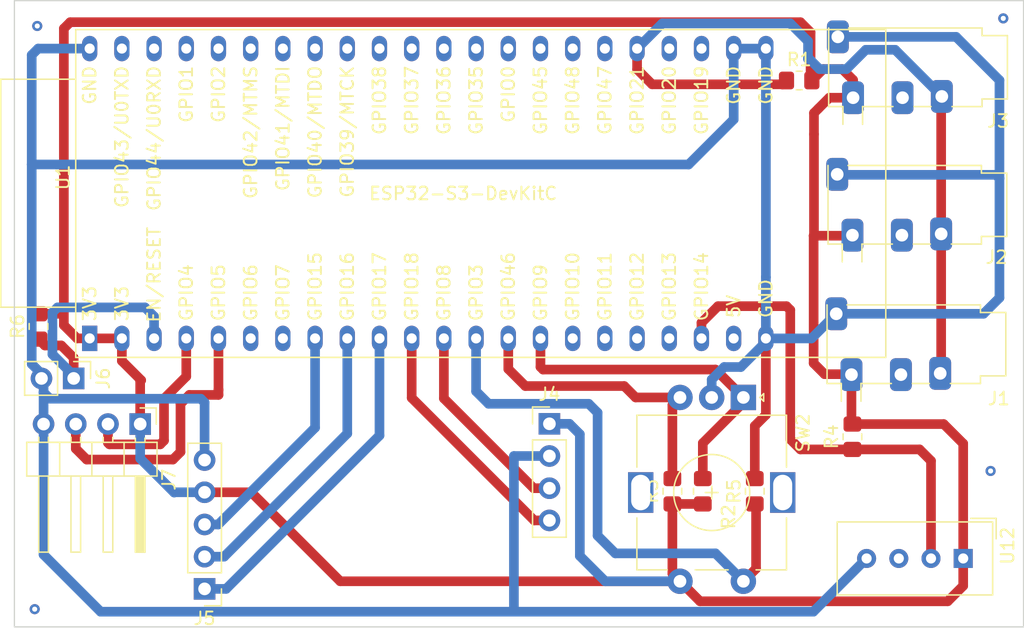
<source format=kicad_pcb>
(kicad_pcb (version 20221018) (generator pcbnew)
  (layers (0 "F.Cu" signal) (31 "B.Cu" signal) (34 "B.Paste" user) (35 "F.Paste" user) (36 "B.SilkS" user "B.Silkscreen") (37 "F.SilkS" user "F.Silkscreen") (38 "B.Mask" user) (39 "F.Mask" user) (44 "Edge.Cuts" user))
  (net 0 "")
  (net 1 "GND")
  (net 2 "+3.3V")
  (net 4 "WATERTEMP_DATA")
  (net 7 "DISPLAY_SCL")
  (net 8 "DISPLAY_SDA")
  (net 9 "RTC_DS")
  (net 10 "RTC_SCK")
  (net 11 "RTC_SDA")
  (net 12 "ROT_CLK")
  (net 13 "ROT_DT")
  (net 14 "ROT_SW")
  (net 15 "RELAY_TOP")
  (net 16 "RELAY_BOTTOM")
  (net 17 "RST")
  (net 34 "DHT_DATA")
  (footprint "Connector_PinHeader_2.54mm:PinHeader_1x04_P2.54mm_Horizontal" (layer "F.Cu") (at 25.32 114.2 -90)
    (fp_text reference "J7" (at 4.385 -2.27 -90) (layer "F.SilkS"))
    (fp_text value "MCU")
    (fp_line (start -1.27 -1.27) (end 0 -1.27) (stroke (width 0.12)) (layer "F.SilkS"))
    (fp_line (start -1.27 0) (end -1.27 -1.27) (stroke (width 0.12)) (layer "F.SilkS"))
    (fp_line (start 1.042929 2.16) (end 1.44 2.16) (stroke (width 0.12)) (layer "F.SilkS"))
    (fp_line (start 1.042929 2.92) (end 1.44 2.92) (stroke (width 0.12)) (layer "F.SilkS"))
    (fp_line (start 1.042929 4.7) (end 1.44 4.7) (stroke (width 0.12)) (layer "F.SilkS"))
    (fp_line (start 1.042929 5.46) (end 1.44 5.46) (stroke (width 0.12)) (layer "F.SilkS"))
    (fp_line (start 1.042929 7.24) (end 1.44 7.24) (stroke (width 0.12)) (layer "F.SilkS"))
    (fp_line (start 1.042929 8) (end 1.44 8) (stroke (width 0.12)) (layer "F.SilkS"))
    (fp_line (start 1.11 -0.38) (end 1.44 -0.38) (stroke (width 0.12)) (layer "F.SilkS"))
    (fp_line (start 1.11 0.38) (end 1.44 0.38) (stroke (width 0.12)) (layer "F.SilkS"))
    (fp_line (start 1.44 -1.33) (end 1.44 8.95) (stroke (width 0.12)) (layer "F.SilkS"))
    (fp_line (start 1.44 1.27) (end 4.1 1.27) (stroke (width 0.12)) (layer "F.SilkS"))
    (fp_line (start 1.44 3.81) (end 4.1 3.81) (stroke (width 0.12)) (layer "F.SilkS"))
    (fp_line (start 1.44 6.35) (end 4.1 6.35) (stroke (width 0.12)) (layer "F.SilkS"))
    (fp_line (start 1.44 8.95) (end 4.1 8.95) (stroke (width 0.12)) (layer "F.SilkS"))
    (fp_line (start 4.1 -1.33) (end 1.44 -1.33) (stroke (width 0.12)) (layer "F.SilkS"))
    (fp_line (start 4.1 -0.38) (end 10.1 -0.38) (stroke (width 0.12)) (layer "F.SilkS"))
    (fp_line (start 4.1 -0.32) (end 10.1 -0.32) (stroke (width 0.12)) (layer "F.SilkS"))
    (fp_line (start 4.1 -0.2) (end 10.1 -0.2) (stroke (width 0.12)) (layer "F.SilkS"))
    (fp_line (start 4.1 -0.08) (end 10.1 -0.08) (stroke (width 0.12)) (layer "F.SilkS"))
    (fp_line (start 4.1 0.04) (end 10.1 0.04) (stroke (width 0.12)) (layer "F.SilkS"))
    (fp_line (start 4.1 0.16) (end 10.1 0.16) (stroke (width 0.12)) (layer "F.SilkS"))
    (fp_line (start 4.1 0.28) (end 10.1 0.28) (stroke (width 0.12)) (layer "F.SilkS"))
    (fp_line (start 4.1 2.16) (end 10.1 2.16) (stroke (width 0.12)) (layer "F.SilkS"))
    (fp_line (start 4.1 4.7) (end 10.1 4.7) (stroke (width 0.12)) (layer "F.SilkS"))
    (fp_line (start 4.1 7.24) (end 10.1 7.24) (stroke (width 0.12)) (layer "F.SilkS"))
    (fp_line (start 4.1 8.95) (end 4.1 -1.33) (stroke (width 0.12)) (layer "F.SilkS"))
    (fp_line (start 10.1 -0.38) (end 10.1 0.38) (stroke (width 0.12)) (layer "F.SilkS"))
    (fp_line (start 10.1 0.38) (end 4.1 0.38) (stroke (width 0.12)) (layer "F.SilkS"))
    (fp_line (start 10.1 2.16) (end 10.1 2.92) (stroke (width 0.12)) (layer "F.SilkS"))
    (fp_line (start 10.1 2.92) (end 4.1 2.92) (stroke (width 0.12)) (layer "F.SilkS"))
    (fp_line (start 10.1 4.7) (end 10.1 5.46) (stroke (width 0.12)) (layer "F.SilkS"))
    (fp_line (start 10.1 5.46) (end 4.1 5.46) (stroke (width 0.12)) (layer "F.SilkS"))
    (fp_line (start 10.1 7.24) (end 10.1 8) (stroke (width 0.12)) (layer "F.SilkS"))
    (fp_line (start 10.1 8) (end 4.1 8) (stroke (width 0.12)) (layer "F.SilkS"))
    (pad "1" thru_hole rect (at 0 0 270) (size 1.7 1.7) (drill 1) (layers "*.Cu" "*.Mask") (net 2 "+3.3V"))
    (pad "2" thru_hole oval (at 0 2.54 270) (size 1.7 1.7) (drill 1) (layers "*.Cu" "*.Mask") (net 15 "RELAY_TOP"))
    (pad "3" thru_hole oval (at 0 5.08 270) (size 1.7 1.7) (drill 1) (layers "*.Cu" "*.Mask") (net 16 "RELAY_BOTTOM"))
    (pad "4" thru_hole oval (at 0 7.62 270) (size 1.7 1.7) (drill 1) (layers "*.Cu" "*.Mask") (net 1 "GND"))
  )
  (footprint "Connector_Audio:Jack_3.5mm_PJ320D_Horizontal_NG" (layer "F.Cu") (at 85.3012 96.9018 180)
    (fp_text reference "J2" (at -7.5692 -4.1402) (layer "F.SilkS"))
    (fp_text value "TANK-BOTTOM")
    (fp_line (start -8.375 -2.5) (end -8.375 2.5) (stroke (width 0.12)) (layer "F.SilkS"))
    (fp_line (start -6.375 -3.1) (end -6.375 -2.5) (stroke (width 0.12)) (layer "F.SilkS"))
    (fp_line (start -6.375 -3.1) (end -4 -3.1) (stroke (width 0.12)) (layer "F.SilkS"))
    (fp_line (start -6.375 -2.5) (end -8.375 -2.5) (stroke (width 0.12)) (layer "F.SilkS"))
    (fp_line (start -6.375 2.5) (end -8.375 2.5) (stroke (width 0.12)) (layer "F.SilkS"))
    (fp_line (start -6.375 2.5) (end -6.375 3.1) (stroke (width 0.12)) (layer "F.SilkS"))
    (fp_line (start -2.35 -3.1) (end -1 -3.1) (stroke (width 0.12)) (layer "F.SilkS"))
    (fp_line (start 0.65 -3.1) (end 3.05 -3.1) (stroke (width 0.12)) (layer "F.SilkS"))
    (fp_line (start 3.05 -3.1) (end 3.05 -4.5) (stroke (width 0.12)) (layer "F.SilkS"))
    (fp_line (start 4.15 3.1) (end -6.375 3.1) (stroke (width 0.12)) (layer "F.SilkS"))
    (fp_line (start 4.6 -3.1) (end 4.6 -4.5) (stroke (width 0.12)) (layer "F.SilkS"))
    (fp_line (start 4.6 -3.1) (end 5.725 -3.1) (stroke (width 0.12)) (layer "F.SilkS"))
    (fp_line (start 5.725 3.1) (end 5.725 -3.1) (stroke (width 0.12)) (layer "F.SilkS"))
    (pad "" np_thru_hole circle (at -4.775 0 180) (size 1.5 1.5) (drill 1.5) (layers "*.Cu" "*.Mask"))
    (pad "" np_thru_hole circle (at 2.225 0 180) (size 1.5 1.5) (drill 1.5) (layers "*.Cu" "*.Mask"))
    (pad "R1" thru_hole roundrect (at -0.1 -2.4 270) (size 2.586 1.724) (drill 1) (layers "*.Cu" "*.Mask"))
    (pad "R2" thru_hole roundrect (at -3.2 -2.3 270) (size 2.586 1.724) (drill 1) (layers "*.Cu" "*.Mask") (net 4 "WATERTEMP_DATA"))
    (pad "S" thru_hole roundrect (at 5 2.4 270) (size 2.586 1.724) (drill 1) (layers "*.Cu" "*.Mask") (net 1 "GND"))
    (pad "T" thru_hole roundrect (at 3.8 -2.4 270) (size 2.586 1.724) (drill 1) (layers "*.Cu" "*.Mask") (net 2 "+3.3V"))
  )
  (footprint "Connector_Audio:Jack_3.5mm_PJ320D_Horizontal_NG" (layer "F.Cu") (at 85.352 86.0572 180)
    (fp_text reference "J3" (at -7.6454 -4.2406) (layer "F.SilkS"))
    (fp_text value "COLD")
    (fp_line (start -8.375 -2.5) (end -8.375 2.5) (stroke (width 0.12)) (layer "F.SilkS"))
    (fp_line (start -6.375 -3.1) (end -6.375 -2.5) (stroke (width 0.12)) (layer "F.SilkS"))
    (fp_line (start -6.375 -3.1) (end -4 -3.1) (stroke (width 0.12)) (layer "F.SilkS"))
    (fp_line (start -6.375 -2.5) (end -8.375 -2.5) (stroke (width 0.12)) (layer "F.SilkS"))
    (fp_line (start -6.375 2.5) (end -8.375 2.5) (stroke (width 0.12)) (layer "F.SilkS"))
    (fp_line (start -6.375 2.5) (end -6.375 3.1) (stroke (width 0.12)) (layer "F.SilkS"))
    (fp_line (start -2.35 -3.1) (end -1 -3.1) (stroke (width 0.12)) (layer "F.SilkS"))
    (fp_line (start 0.65 -3.1) (end 3.05 -3.1) (stroke (width 0.12)) (layer "F.SilkS"))
    (fp_line (start 3.05 -3.1) (end 3.05 -4.5) (stroke (width 0.12)) (layer "F.SilkS"))
    (fp_line (start 4.15 3.1) (end -6.375 3.1) (stroke (width 0.12)) (layer "F.SilkS"))
    (fp_line (start 4.6 -3.1) (end 4.6 -4.5) (stroke (width 0.12)) (layer "F.SilkS"))
    (fp_line (start 4.6 -3.1) (end 5.725 -3.1) (stroke (width 0.12)) (layer "F.SilkS"))
    (fp_line (start 5.725 3.1) (end 5.725 -3.1) (stroke (width 0.12)) (layer "F.SilkS"))
    (pad "" np_thru_hole circle (at -4.775 0 180) (size 1.5 1.5) (drill 1.5) (layers "*.Cu" "*.Mask"))
    (pad "" np_thru_hole circle (at 2.225 0 180) (size 1.5 1.5) (drill 1.5) (layers "*.Cu" "*.Mask"))
    (pad "R1" thru_hole roundrect (at -0.1 -2.4 270) (size 2.586 1.724) (drill 1) (layers "*.Cu" "*.Mask"))
    (pad "R2" thru_hole roundrect (at -3.2 -2.3 270) (size 2.586 1.724) (drill 1) (layers "*.Cu" "*.Mask") (net 4 "WATERTEMP_DATA"))
    (pad "S" thru_hole roundrect (at 5 2.4 270) (size 2.586 1.724) (drill 1) (layers "*.Cu" "*.Mask") (net 1 "GND"))
    (pad "T" thru_hole roundrect (at 3.8 -2.4 270) (size 2.586 1.724) (drill 1) (layers "*.Cu" "*.Mask") (net 2 "+3.3V"))
  )
  (footprint "Sensor:Aosong_DHT11_5.5x12.0_P2.54mm" (layer "F.Cu") (at 90.24 124.8 -90)
    (fp_text reference "U12" (at -1 -3.5 -270) (layer "F.SilkS"))
    (fp_text value "DHT11")
    (fp_line (start -3.16 -2.6) (end -3.16 -0.6) (stroke (width 0.12)) (layer "F.SilkS"))
    (fp_line (start -3.16 -2.6) (end -1.55 -2.6) (stroke (width 0.12)) (layer "F.SilkS"))
    (fp_line (start -2.88 9.94) (end -2.88 -2.31) (stroke (width 0.12)) (layer "F.SilkS"))
    (fp_line (start -2.87 -2.32) (end 2.87 -2.32) (stroke (width 0.12)) (layer "F.SilkS"))
    (fp_line (start 2.88 -2.32) (end 2.88 9.94) (stroke (width 0.12)) (layer "F.SilkS"))
    (fp_line (start 2.88 9.94) (end -2.88 9.94) (stroke (width 0.12)) (layer "F.SilkS"))
    (pad "1" thru_hole rect (at 0 0 270) (size 1.5 1.5) (drill 0.8) (layers "*.Cu" "*.Mask") (net 2 "+3.3V"))
    (pad "2" thru_hole circle (at 0 2.54 270) (size 1.5 1.5) (drill 0.8) (layers "*.Cu" "*.Mask") (net 34 "DHT_DATA"))
    (pad "3" thru_hole circle (at 0 5.08 270) (size 1.5 1.5) (drill 0.8) (layers "*.Cu" "*.Mask"))
    (pad "4" thru_hole circle (at 0 7.62 270) (size 1.5 1.5) (drill 0.8) (layers "*.Cu" "*.Mask") (net 1 "GND"))
  )
  (footprint "Connector_PinHeader_2.54mm:PinHeader_1x05_P2.54mm_Vertical" (layer "F.Cu") (at 30.4 127.2 180)
    (fp_text reference "J5" (at 0 -2.33 180) (layer "F.SilkS"))
    (fp_text value "RTC")
    (fp_line (start -1.33 -1.33) (end 0 -1.33) (stroke (width 0.12)) (layer "F.SilkS"))
    (fp_line (start -1.33 0) (end -1.33 -1.33) (stroke (width 0.12)) (layer "F.SilkS"))
    (fp_line (start -1.33 1.27) (end -1.33 11.49) (stroke (width 0.12)) (layer "F.SilkS"))
    (fp_line (start -1.33 1.27) (end 1.33 1.27) (stroke (width 0.12)) (layer "F.SilkS"))
    (fp_line (start -1.33 11.49) (end 1.33 11.49) (stroke (width 0.12)) (layer "F.SilkS"))
    (fp_line (start 1.33 1.27) (end 1.33 11.49) (stroke (width 0.12)) (layer "F.SilkS"))
    (pad "1" thru_hole rect (at 0 0 180) (size 1.7 1.7) (drill 1) (layers "*.Cu" "*.Mask") (net 9 "RTC_DS"))
    (pad "2" thru_hole oval (at 0 2.54 180) (size 1.7 1.7) (drill 1) (layers "*.Cu" "*.Mask") (net 10 "RTC_SCK"))
    (pad "3" thru_hole oval (at 0 5.08 180) (size 1.7 1.7) (drill 1) (layers "*.Cu" "*.Mask") (net 11 "RTC_SDA"))
    (pad "4" thru_hole oval (at 0 7.62 180) (size 1.7 1.7) (drill 1) (layers "*.Cu" "*.Mask") (net 2 "+3.3V"))
    (pad "5" thru_hole oval (at 0 10.16 180) (size 1.7 1.7) (drill 1) (layers "*.Cu" "*.Mask") (net 1 "GND"))
  )
  (footprint "Resistor_SMD:R_0805_2012Metric_Pad1.20x1.40mm_HandSolder" (layer "F.Cu") (at 77.3 87.1)
    (fp_text reference "R1" (at 0 -1.65) (layer "F.SilkS"))
    (fp_text value "4k7")
    (fp_line (start -0.227064 -0.735) (end 0.227064 -0.735) (stroke (width 0.12)) (layer "F.SilkS"))
    (fp_line (start -0.227064 0.735) (end 0.227064 0.735) (stroke (width 0.12)) (layer "F.SilkS"))
    (pad "1" smd roundrect (at -1 0) (size 1.2 1.4) (layers "F.Cu" "F.Paste" "F.Mask") (roundrect_rratio 0.2083333333) (net 4 "WATERTEMP_DATA"))
    (pad "2" smd roundrect (at 1 0) (size 1.2 1.4) (layers "F.Cu" "F.Paste" "F.Mask") (roundrect_rratio 0.2083333333) (net 2 "+3.3V"))
  )
  (footprint "Resistor_SMD:R_0805_2012Metric_Pad1.20x1.40mm_HandSolder" (layer "F.Cu") (at 67.3 119.5 90)
    (fp_text reference "R3" (at 0 -1.65 90) (layer "F.SilkS"))
    (fp_text value "10K")
    (fp_line (start -0.227064 -0.735) (end 0.227064 -0.735) (stroke (width 0.12)) (layer "F.SilkS"))
    (fp_line (start -0.227064 0.735) (end 0.227064 0.735) (stroke (width 0.12)) (layer "F.SilkS"))
    (pad "1" smd roundrect (at -1 0 90) (size 1.2 1.4) (layers "F.Cu" "F.Paste" "F.Mask") (roundrect_rratio 0.2083333333) (net 2 "+3.3V"))
    (pad "2" smd roundrect (at 1 0 90) (size 1.2 1.4) (layers "F.Cu" "F.Paste" "F.Mask") (roundrect_rratio 0.2083333333) (net 13 "ROT_DT"))
  )
  (footprint "Resistor_SMD:R_0805_2012Metric_Pad1.20x1.40mm_HandSolder" (layer "F.Cu") (at 73.8 119.5 90)
    (fp_text reference "R5" (at 0 -1.65 90) (layer "F.SilkS"))
    (fp_text value "10K")
    (fp_line (start -0.227064 -0.735) (end 0.227064 -0.735) (stroke (width 0.12)) (layer "F.SilkS"))
    (fp_line (start -0.227064 0.735) (end 0.227064 0.735) (stroke (width 0.12)) (layer "F.SilkS"))
    (pad "1" smd roundrect (at -1 0 90) (size 1.2 1.4) (layers "F.Cu" "F.Paste" "F.Mask") (roundrect_rratio 0.2083333333) (net 14 "ROT_SW"))
    (pad "2" smd roundrect (at 1 0 90) (size 1.2 1.4) (layers "F.Cu" "F.Paste" "F.Mask") (roundrect_rratio 0.2083333333) (net 1 "GND"))
  )
  (footprint "Espressif:ESP32-S3-DevKitC" (layer "F.Cu") (at 21.336 107.44152 90)
    (fp_text reference "U1" (at 12.7 -2.1 90) (layer "F.SilkS"))
    (fp_text value "ESP32-S3-DevKitC" (at 11.42632 29.46128) (layer "F.SilkS"))
    (fp_text user "GND" (at 21.59 50.8 90 unlocked) (layer "F.SilkS") (effects (justify right)))
    (fp_text user "GPIO37" (at 21.59 25.4 90 unlocked) (layer "F.SilkS") (effects (justify right)))
    (fp_text user "GPIO2" (at 21.59 10.16 90 unlocked) (layer "F.SilkS") (effects (justify right)))
    (fp_text user "GPIO10" (at 1.27 38.1 90 unlocked) (layer "F.SilkS") (effects (justify left)))
    (fp_text user "GPIO39/MTCK" (at 21.59 20.32 90 unlocked) (layer "F.SilkS") (effects (justify right)))
    (fp_text user "3V3" (at 1.27 0 90 unlocked) (layer "F.SilkS") (effects (justify left)))
    (fp_text user "GND" (at 1.52032 53.33728 90 unlocked) (layer "F.SilkS") (effects (justify left)))
    (fp_text user "GPIO44/U0RXD" (at 21.59 5.08 90 unlocked) (layer "F.SilkS") (effects (justify right)))
    (fp_text user "GPIO14" (at 1.27 48.26 90 unlocked) (layer "F.SilkS") (effects (justify left)))
    (fp_text user "GPIO7" (at 1.27 15.24 90 unlocked) (layer "F.SilkS") (effects (justify left)))
    (fp_text user "GPIO35" (at 21.59 30.48 90 unlocked) (layer "F.SilkS") (effects (justify right)))
    (fp_text user "3V3" (at 1.27 2.54 90 unlocked) (layer "F.SilkS") (effects (justify left)))
    (fp_text user "GPIO1" (at 21.59 7.62 90 unlocked) (layer "F.SilkS") (effects (justify right)))
    (fp_text user "GPIO20" (at 21.59 45.72 90 unlocked) (layer "F.SilkS") (effects (justify right)))
    (fp_text user "GPIO0" (at 21.59 33.02 90 unlocked) (layer "F.SilkS") (effects (justify right)))
    (fp_text user "GPIO38" (at 21.59 22.86 90 unlocked) (layer "F.SilkS") (effects (justify right)))
    (fp_text user "GND" (at 21.59 53.34 90 unlocked) (layer "F.SilkS") (effects (justify right)))
    (fp_text user "GPIO47" (at 21.59 40.64 90 unlocked) (layer "F.SilkS") (effects (justify right)))
    (fp_text user "GPIO8" (at 1.27 27.94 90 unlocked) (layer "F.SilkS") (effects (justify left)))
    (fp_text user "GPIO11" (at 1.27 40.64 90 unlocked) (layer "F.SilkS") (effects (justify left)))
    (fp_text user "GPIO16" (at 1.27 20.32 90 unlocked) (layer "F.SilkS") (effects (justify left)))
    (fp_text user "GPIO18" (at 1.27 25.4 90 unlocked) (layer "F.SilkS") (effects (justify left)))
    (fp_text user "GPIO43/U0TXD" (at 21.59 2.54 90 unlocked) (layer "F.SilkS") (effects (justify right)))
    (fp_text user "GPIO41/MTDI" (at 21.59 15.24 90 unlocked) (layer "F.SilkS") (effects (justify right)))
    (fp_text user "GPIO15" (at 1.27 17.78 90 unlocked) (layer "F.SilkS") (effects (justify left)))
    (fp_text user "GPIO3" (at 1.27 30.48 90 unlocked) (layer "F.SilkS") (effects (justify left)))
    (fp_text user "GPIO19" (at 21.59 48.26 90 unlocked) (layer "F.SilkS") (effects (justify right)))
    (fp_text user "GPIO42/MTMS" (at 21.59 12.7 90 unlocked) (layer "F.SilkS") (effects (justify right)))
    (fp_text user "GPIO17" (at 1.27 22.86 90 unlocked) (layer "F.SilkS") (effects (justify left)))
    (fp_text user "GPIO13" (at 1.27 45.72 90 unlocked) (layer "F.SilkS") (effects (justify left)))
    (fp_text user "GPIO6" (at 1.27 12.7 90 unlocked) (layer "F.SilkS") (effects (justify left)))
    (fp_text user "GPIO46" (at 1.27 33.02 90 unlocked) (layer "F.SilkS") (effects (justify left)))
    (fp_text user "GPIO45" (at 21.59 35.56 90 unlocked) (layer "F.SilkS") (effects (justify right)))
    (fp_text user "GPIO5" (at 1.27 10.16 90 unlocked) (layer "F.SilkS") (effects (justify left)))
    (fp_text user "GND" (at 21.59 0 90 unlocked) (layer "F.SilkS") (effects (justify right)))
    (fp_text user "GPIO9" (at 1.27 35.56 90 unlocked) (layer "F.SilkS") (effects (justify left)))
    (fp_text user "GPIO48" (at 21.59 38.1 90 unlocked) (layer "F.SilkS") (effects (justify right)))
    (fp_text user "5V" (at 1.52032 50.79728 90 unlocked) (layer "F.SilkS") (effects (justify left)))
    (fp_text user "GPIO36" (at 21.59 27.94 90 unlocked) (layer "F.SilkS") (effects (justify right)))
    (fp_text user "EN/RESET" (at 8.88632 5.07728 90 unlocked) (layer "F.SilkS") (effects (justify right)))
    (fp_text user "GPIO4" (at 1.27 7.62 90 unlocked) (layer "F.SilkS") (effects (justify left)))
    (fp_text user "GPIO40/MTDO" (at 21.59 17.78 90 unlocked) (layer "F.SilkS") (effects (justify right)))
    (fp_text user "GPIO12" (at 1.27 43.18 90 unlocked) (layer "F.SilkS") (effects (justify left)))
    (fp_text user "GPIO21" (at 21.59 43.18 90 unlocked) (layer "F.SilkS") (effects (justify right)))
    (fp_line (start -1.5 62.79728) (end 24.359999 62.79728) (stroke (width 0.12)) (layer "F.SilkS"))
    (fp_line (start -1.499999 -1.1) (end -1.5 62.79728) (stroke (width 0.12)) (layer "F.SilkS"))
    (fp_line (start 2.46012 -7.01312) (end 20.44332 -7.01312) (stroke (width 0.12)) (layer "F.SilkS"))
    (fp_line (start 2.46012 -1.12032) (end 2.46012 -7.01312) (stroke (width 0.12)) (layer "F.SilkS"))
    (fp_line (start 20.44332 -7.01312) (end 20.44332 -1.12032) (stroke (width 0.12)) (layer "F.SilkS"))
    (fp_line (start 24.359999 62.79728) (end 24.36 -1.1) (stroke (width 0.12)) (layer "F.SilkS"))
    (fp_line (start 24.36 -1.1) (end -1.499999 -1.1) (stroke (width 0.12)) (layer "F.SilkS"))
    (pad "1" thru_hole rect (at 0 0) (size 1.2 2) (drill 0.8) (layers "*.Cu" "*.Mask") (net 2 "+3.3V"))
    (pad "2" thru_hole oval (at 0 2.54) (size 1.2 2) (drill 0.8) (layers "*.Cu" "*.Mask") (net 2 "+3.3V"))
    (pad "3" thru_hole oval (at 0 5.08) (size 1.2 2) (drill 0.8) (layers "*.Cu" "*.Mask") (net 17 "RST"))
    (pad "4" thru_hole oval (at 0 7.62) (size 1.2 2) (drill 0.8) (layers "*.Cu" "*.Mask") (net 15 "RELAY_TOP"))
    (pad "5" thru_hole oval (at 0 10.16) (size 1.2 2) (drill 0.8) (layers "*.Cu" "*.Mask") (net 16 "RELAY_BOTTOM"))
    (pad "6" thru_hole oval (at 0 12.7) (size 1.2 2) (drill 0.8) (layers "*.Cu" "*.Mask"))
    (pad "7" thru_hole oval (at 0 15.24) (size 1.2 2) (drill 0.8) (layers "*.Cu" "*.Mask"))
    (pad "8" thru_hole oval (at 0 17.78) (size 1.2 2) (drill 0.8) (layers "*.Cu" "*.Mask") (net 11 "RTC_SDA"))
    (pad "9" thru_hole oval (at 0 20.32) (size 1.2 2) (drill 0.8) (layers "*.Cu" "*.Mask") (net 10 "RTC_SCK"))
    (pad "10" thru_hole oval (at 0 22.86) (size 1.2 2) (drill 0.8) (layers "*.Cu" "*.Mask") (net 9 "RTC_DS"))
    (pad "11" thru_hole oval (at 0 25.4) (size 1.2 2) (drill 0.8) (layers "*.Cu" "*.Mask") (net 8 "DISPLAY_SDA"))
    (pad "12" thru_hole oval (at 0 27.94) (size 1.2 2) (drill 0.8) (layers "*.Cu" "*.Mask") (net 7 "DISPLAY_SCL"))
    (pad "13" thru_hole oval (at 0 30.48) (size 1.2 2) (drill 0.8) (layers "*.Cu" "*.Mask") (net 14 "ROT_SW"))
    (pad "14" thru_hole oval (at 0 33.02) (size 1.2 2) (drill 0.8) (layers "*.Cu" "*.Mask") (net 13 "ROT_DT"))
    (pad "15" thru_hole oval (at 0 35.56) (size 1.2 2) (drill 0.8) (layers "*.Cu" "*.Mask") (net 12 "ROT_CLK"))
    (pad "16" thru_hole oval (at 0 38.1) (size 1.2 2) (drill 0.8) (layers "*.Cu" "*.Mask"))
    (pad "17" thru_hole oval (at 0 40.64) (size 1.2 2) (drill 0.8) (layers "*.Cu" "*.Mask"))
    (pad "18" thru_hole oval (at 0 43.18) (size 1.2 2) (drill 0.8) (layers "*.Cu" "*.Mask"))
    (pad "19" thru_hole oval (at 0 45.72) (size 1.2 2) (drill 0.8) (layers "*.Cu" "*.Mask"))
    (pad "20" thru_hole oval (at -0.00368 48.25728) (size 1.2 2) (drill 0.8) (layers "*.Cu" "*.Mask") (net 34 "DHT_DATA"))
    (pad "21" thru_hole oval (at -0.00368 50.79728) (size 1.2 2) (drill 0.8) (layers "*.Cu" "*.Mask"))
    (pad "22" thru_hole oval (at -0.00368 53.33728) (size 1.2 2) (drill 0.8) (layers "*.Cu" "*.Mask") (net 1 "GND"))
    (pad "23" thru_hole oval (at 22.86 53.34) (size 1.2 2) (drill 0.8) (layers "*.Cu" "*.Mask") (net 1 "GND"))
    (pad "24" thru_hole oval (at 22.86 50.8) (size 1.2 2) (drill 0.8) (layers "*.Cu" "*.Mask") (net 1 "GND"))
    (pad "25" thru_hole oval (at 22.86 48.26) (size 1.2 2) (drill 0.8) (layers "*.Cu" "*.Mask"))
    (pad "26" thru_hole oval (at 22.86 45.72) (size 1.2 2) (drill 0.8) (layers "*.Cu" "*.Mask"))
    (pad "27" thru_hole oval (at 22.86 43.18) (size 1.2 2) (drill 0.8) (layers "*.Cu" "*.Mask") (net 4 "WATERTEMP_DATA"))
    (pad "28" thru_hole oval (at 22.86 40.64) (size 1.2 2) (drill 0.8) (layers "*.Cu" "*.Mask"))
    (pad "29" thru_hole oval (at 22.86 38.1) (size 1.2 2) (drill 0.8) (layers "*.Cu" "*.Mask"))
    (pad "30" thru_hole oval (at 22.86 35.56) (size 1.2 2) (drill 0.8) (layers "*.Cu" "*.Mask"))
    (pad "31" thru_hole oval (at 22.86 33.02) (size 1.2 2) (drill 0.8) (layers "*.Cu" "*.Mask"))
    (pad "32" thru_hole oval (at 22.86 30.48) (size 1.2 2) (drill 0.8) (layers "*.Cu" "*.Mask"))
    (pad "33" thru_hole oval (at 22.86 27.94) (size 1.2 2) (drill 0.8) (layers "*.Cu" "*.Mask"))
    (pad "34" thru_hole oval (at 22.86 25.4) (size 1.2 2) (drill 0.8) (layers "*.Cu" "*.Mask"))
    (pad "35" thru_hole oval (at 22.86 22.86) (size 1.2 2) (drill 0.8) (layers "*.Cu" "*.Mask"))
    (pad "36" thru_hole oval (at 22.86 20.32) (size 1.2 2) (drill 0.8) (layers "*.Cu" "*.Mask"))
    (pad "37" thru_hole oval (at 22.86 17.78) (size 1.2 2) (drill 0.8) (layers "*.Cu" "*.Mask"))
    (pad "38" thru_hole oval (at 22.86 15.24) (size 1.2 2) (drill 0.8) (layers "*.Cu" "*.Mask"))
    (pad "39" thru_hole oval (at 22.86 12.7) (size 1.2 2) (drill 0.8) (layers "*.Cu" "*.Mask"))
    (pad "40" thru_hole oval (at 22.86 10.16) (size 1.2 2) (drill 0.8) (layers "*.Cu" "*.Mask"))
    (pad "41" thru_hole oval (at 22.86 7.62) (size 1.2 2) (drill 0.8) (layers "*.Cu" "*.Mask"))
    (pad "42" thru_hole oval (at 22.86 5.08) (size 1.2 2) (drill 0.8) (layers "*.Cu" "*.Mask"))
    (pad "43" thru_hole oval (at 22.86 2.54) (size 1.2 2) (drill 0.8) (layers "*.Cu" "*.Mask"))
    (pad "44" thru_hole oval (at 22.86 0) (size 1.2 2) (drill 0.8) (layers "*.Cu" "*.Mask") (net 1 "GND"))
  )
  (footprint "Resistor_SMD:R_0805_2012Metric_Pad1.20x1.40mm_HandSolder" (layer "F.Cu") (at 81.5 115.2 90)
    (fp_text reference "R4" (at 0 -1.65 90) (layer "F.SilkS"))
    (fp_text value "4k7")
    (fp_line (start -0.227064 -0.735) (end 0.227064 -0.735) (stroke (width 0.12)) (layer "F.SilkS"))
    (fp_line (start -0.227064 0.735) (end 0.227064 0.735) (stroke (width 0.12)) (layer "F.SilkS"))
    (pad "1" smd roundrect (at -1 0 90) (size 1.2 1.4) (layers "F.Cu" "F.Paste" "F.Mask") (roundrect_rratio 0.2083333333) (net 34 "DHT_DATA"))
    (pad "2" smd roundrect (at 1 0 90) (size 1.2 1.4) (layers "F.Cu" "F.Paste" "F.Mask") (roundrect_rratio 0.2083333333) (net 2 "+3.3V"))
  )
  (footprint "Connector_Audio:Jack_3.5mm_PJ320D_Horizontal_NG" (layer "F.Cu") (at 85.225 107.9 180)
    (fp_text reference "J1" (at -7.823 -4.2926) (layer "F.SilkS"))
    (fp_text value "TANK-TOP")
    (fp_line (start -8.375 -2.5) (end -8.375 2.5) (stroke (width 0.12)) (layer "F.SilkS"))
    (fp_line (start -6.375 -3.1) (end -6.375 -2.5) (stroke (width 0.12)) (layer "F.SilkS"))
    (fp_line (start -6.375 -3.1) (end -4 -3.1) (stroke (width 0.12)) (layer "F.SilkS"))
    (fp_line (start -6.375 -2.5) (end -8.375 -2.5) (stroke (width 0.12)) (layer "F.SilkS"))
    (fp_line (start -6.375 2.5) (end -8.375 2.5) (stroke (width 0.12)) (layer "F.SilkS"))
    (fp_line (start -6.375 2.5) (end -6.375 3.1) (stroke (width 0.12)) (layer "F.SilkS"))
    (fp_line (start -2.35 -3.1) (end -1 -3.1) (stroke (width 0.12)) (layer "F.SilkS"))
    (fp_line (start 0.65 -3.1) (end 3.05 -3.1) (stroke (width 0.12)) (layer "F.SilkS"))
    (fp_line (start 3.05 -3.1) (end 3.05 -4.5) (stroke (width 0.12)) (layer "F.SilkS"))
    (fp_line (start 4.15 3.1) (end -6.375 3.1) (stroke (width 0.12)) (layer "F.SilkS"))
    (fp_line (start 4.6 -3.1) (end 4.6 -4.5) (stroke (width 0.12)) (layer "F.SilkS"))
    (fp_line (start 4.6 -3.1) (end 5.725 -3.1) (stroke (width 0.12)) (layer "F.SilkS"))
    (fp_line (start 5.725 3.1) (end 5.725 -3.1) (stroke (width 0.12)) (layer "F.SilkS"))
    (pad "" np_thru_hole circle (at -4.775 0 180) (size 1.5 1.5) (drill 1.5) (layers "*.Cu" "*.Mask"))
    (pad "" np_thru_hole circle (at 2.225 0 180) (size 1.5 1.5) (drill 1.5) (layers "*.Cu" "*.Mask"))
    (pad "R1" thru_hole roundrect (at -0.1 -2.4 270) (size 2.586 1.724) (drill 1) (layers "*.Cu" "*.Mask"))
    (pad "R2" thru_hole roundrect (at -3.2 -2.3 270) (size 2.586 1.724) (drill 1) (layers "*.Cu" "*.Mask") (net 4 "WATERTEMP_DATA"))
    (pad "S" thru_hole roundrect (at 5 2.4 270) (size 2.586 1.724) (drill 1) (layers "*.Cu" "*.Mask") (net 1 "GND"))
    (pad "T" thru_hole roundrect (at 3.8 -2.4 270) (size 2.586 1.724) (drill 1) (layers "*.Cu" "*.Mask") (net 2 "+3.3V"))
  )
  (footprint "Connector_PinHeader_2.54mm:PinHeader_1x02_P2.54mm_Vertical" (layer "F.Cu") (at 20.075 110.6 -90)
    (fp_text reference "J6" (at 0 -2.33 90) (layer "F.SilkS"))
    (fp_text value "RESET")
    (fp_line (start -1.33 -1.33) (end 0 -1.33) (stroke (width 0.12)) (layer "F.SilkS"))
    (fp_line (start -1.33 0) (end -1.33 -1.33) (stroke (width 0.12)) (layer "F.SilkS"))
    (fp_line (start -1.33 1.27) (end -1.33 3.87) (stroke (width 0.12)) (layer "F.SilkS"))
    (fp_line (start -1.33 1.27) (end 1.33 1.27) (stroke (width 0.12)) (layer "F.SilkS"))
    (fp_line (start -1.33 3.87) (end 1.33 3.87) (stroke (width 0.12)) (layer "F.SilkS"))
    (fp_line (start 1.33 1.27) (end 1.33 3.87) (stroke (width 0.12)) (layer "F.SilkS"))
    (pad "1" thru_hole rect (at 0 0 270) (size 1.7 1.7) (drill 1) (layers "*.Cu" "*.Mask") (net 17 "RST"))
    (pad "2" thru_hole oval (at 0 2.54 270) (size 1.7 1.7) (drill 1) (layers "*.Cu" "*.Mask") (net 1 "GND"))
  )
  (footprint "Connector_PinHeader_2.54mm:PinHeader_1x04_P2.54mm_Vertical" (layer "F.Cu") (at 57.6 114.18)
    (fp_text reference "J4" (at 0 -2.33) (layer "F.SilkS"))
    (fp_text value "DISPLAY")
    (fp_line (start -1.33 -1.33) (end 0 -1.33) (stroke (width 0.12)) (layer "F.SilkS"))
    (fp_line (start -1.33 0) (end -1.33 -1.33) (stroke (width 0.12)) (layer "F.SilkS"))
    (fp_line (start -1.33 1.27) (end -1.33 8.95) (stroke (width 0.12)) (layer "F.SilkS"))
    (fp_line (start -1.33 1.27) (end 1.33 1.27) (stroke (width 0.12)) (layer "F.SilkS"))
    (fp_line (start -1.33 8.95) (end 1.33 8.95) (stroke (width 0.12)) (layer "F.SilkS"))
    (fp_line (start 1.33 1.27) (end 1.33 8.95) (stroke (width 0.12)) (layer "F.SilkS"))
    (pad "1" thru_hole rect (at 0 0) (size 1.7 1.7) (drill 1) (layers "*.Cu" "*.Mask") (net 2 "+3.3V"))
    (pad "2" thru_hole oval (at 0 2.54) (size 1.7 1.7) (drill 1) (layers "*.Cu" "*.Mask") (net 1 "GND"))
    (pad "3" thru_hole oval (at 0 5.08) (size 1.7 1.7) (drill 1) (layers "*.Cu" "*.Mask") (net 7 "DISPLAY_SCL"))
    (pad "4" thru_hole oval (at 0 7.62) (size 1.7 1.7) (drill 1) (layers "*.Cu" "*.Mask") (net 8 "DISPLAY_SDA"))
  )
  (footprint "Rotary_Encoder:RotaryEncoder_Alps_EC11E-Switch_Vertical_H20mm" (layer "F.Cu") (at 72.9 112.1 -90)
    (fp_text reference "SW2" (at 2.8 -4.7 90) (layer "F.SilkS"))
    (fp_text value "RotaryEncoder_Switch")
    (fp_line (start -0.3 -1.6) (end 0.3 -1.6) (stroke (width 0.12)) (layer "F.SilkS"))
    (fp_line (start 0 -1.3) (end -0.3 -1.6) (stroke (width 0.12)) (layer "F.SilkS"))
    (fp_line (start 0.3 -1.6) (end 0 -1.3) (stroke (width 0.12)) (layer "F.SilkS"))
    (fp_line (start 1.4 -3.4) (end 1.4 8.4) (stroke (width 0.12)) (layer "F.SilkS"))
    (fp_line (start 5.5 -3.4) (end 1.4 -3.4) (stroke (width 0.12)) (layer "F.SilkS"))
    (fp_line (start 5.5 8.4) (end 1.4 8.4) (stroke (width 0.12)) (layer "F.SilkS"))
    (fp_line (start 7 2.5) (end 8 2.5) (stroke (width 0.12)) (layer "F.SilkS"))
    (fp_line (start 7.5 2) (end 7.5 3) (stroke (width 0.12)) (layer "F.SilkS"))
    (fp_line (start 9.5 -3.4) (end 13.6 -3.4) (stroke (width 0.12)) (layer "F.SilkS"))
    (fp_line (start 13.6 -3.4) (end 13.6 -1) (stroke (width 0.12)) (layer "F.SilkS"))
    (fp_line (start 13.6 1.2) (end 13.6 3.8) (stroke (width 0.12)) (layer "F.SilkS"))
    (fp_line (start 13.6 6) (end 13.6 8.4) (stroke (width 0.12)) (layer "F.SilkS"))
    (fp_line (start 13.6 8.4) (end 9.5 8.4) (stroke (width 0.12)) (layer "F.SilkS"))
    (fp_circle (center 7.5 2.5) (end 10.5 2.5) (stroke (width 0.12)) (fill none) (layer "F.SilkS"))
    (pad "A" thru_hole rect (at 0 0 270) (size 2 2) (drill 1) (layers "*.Cu" "*.Mask") (net 12 "ROT_CLK"))
    (pad "B" thru_hole circle (at 0 5 270) (size 2 2) (drill 1) (layers "*.Cu" "*.Mask") (net 13 "ROT_DT"))
    (pad "C" thru_hole circle (at 0 2.5 270) (size 2 2) (drill 1) (layers "*.Cu" "*.Mask") (net 1 "GND"))
    (pad "MP" thru_hole rect (at 7.5 -3.1 270) (size 3.2 2) (drill oval 2.8 1.5) (layers "*.Cu" "*.Mask"))
    (pad "MP" thru_hole rect (at 7.5 8.1 270) (size 3.2 2) (drill oval 2.8 1.5) (layers "*.Cu" "*.Mask"))
    (pad "S1" thru_hole circle (at 14.5 5 270) (size 2 2) (drill 1) (layers "*.Cu" "*.Mask") (net 2 "+3.3V"))
    (pad "S2" thru_hole circle (at 14.5 0 270) (size 2 2) (drill 1) (layers "*.Cu" "*.Mask") (net 14 "ROT_SW"))
  )
  (footprint "Resistor_SMD:R_0805_2012Metric_Pad1.20x1.40mm_HandSolder" (layer "F.Cu") (at 17.3 106.5 90)
    (fp_text reference "R6" (at 0 -1.65 90) (layer "F.SilkS"))
    (fp_text value "4k7")
    (fp_line (start -0.227064 -0.735) (end 0.227064 -0.735) (stroke (width 0.12)) (layer "F.SilkS"))
    (fp_line (start -0.227064 0.735) (end 0.227064 0.735) (stroke (width 0.12)) (layer "F.SilkS"))
    (pad "1" smd roundrect (at -1 0 90) (size 1.2 1.4) (layers "F.Cu" "F.Paste" "F.Mask") (roundrect_rratio 0.2083333333) (net 17 "RST"))
    (pad "2" smd roundrect (at 1 0 90) (size 1.2 1.4) (layers "F.Cu" "F.Paste" "F.Mask") (roundrect_rratio 0.2083333333) (net 2 "+3.3V"))
  )
  (footprint "Resistor_SMD:R_0805_2012Metric_Pad1.20x1.40mm_HandSolder" (layer "F.Cu") (at 69.7 119.5 90)
    (fp_text reference "R2" (at -2.016 2.032 90) (layer "F.SilkS"))
    (fp_text value "10K")
    (fp_line (start -0.227064 -0.735) (end 0.227064 -0.735) (stroke (width 0.12)) (layer "F.SilkS"))
    (fp_line (start -0.227064 0.735) (end 0.227064 0.735) (stroke (width 0.12)) (layer "F.SilkS"))
    (pad "1" smd roundrect (at -1 0 90) (size 1.2 1.4) (layers "F.Cu" "F.Paste" "F.Mask") (roundrect_rratio 0.2083333333) (net 2 "+3.3V"))
    (pad "2" smd roundrect (at 1 0 90) (size 1.2 1.4) (layers "F.Cu" "F.Paste" "F.Mask") (roundrect_rratio 0.2083333333) (net 12 "ROT_CLK"))
  )
  (gr_rect (start 15.4 80.8) (end 95 130.2) (stroke (width 0.1)) (fill none) (layer "Edge.Cuts"))
  (via (at 17 128.8) (size 0.8) (drill 0.4) (layers "F.Cu" "B.Cu") (net 0))
  (via (at 93.4 82.2) (size 0.8) (drill 0.4) (layers "F.Cu" "B.Cu") (net 0))
  (via (at 17.2 82.8) (size 0.8) (drill 0.4) (layers "F.Cu" "B.Cu") (net 0))
  (via (at 92.4 117.9) (size 0.8) (drill 0.4) (layers "F.Cu" "B.Cu") (net 0))
  (segment (start 73.8 118.5) (end 73.8 114.346203) (width 0.76) (layer "F.Cu") (net 1))
  (segment (start 74.67328 113.472923) (end 74.67328 107.4452) (width 0.76) (layer "F.Cu") (net 1))
  (segment (start 73.8 114.346203) (end 74.67328 113.472923) (width 0.76) (layer "F.Cu") (net 1))
  (segment (start 92.8196 94.5396) (end 80.339 94.5396) (width 0.76) (layer "B.Cu") (net 1))
  (segment (start 74.67328 107.4452) (end 74.67328 107.72672) (width 0.76) (layer "B.Cu") (net 1))
  (segment (start 16.764 93.72552) (end 16.764 85.08952) (width 0.76) (layer "B.Cu") (net 1))
  (segment (start 72.7 109.7) (end 71.385787 109.7) (width 0.76) (layer "B.Cu") (net 1))
  (segment (start 17.7 110.765) (end 17.535 110.6) (width 0.76) (layer "B.Cu") (net 1))
  (segment (start 17.7 111.7) (end 17.7 110.765) (width 0.76) (layer "B.Cu") (net 1))
  (segment (start 80.225 105.5) (end 91.8414 105.5) (width 0.76) (layer "B.Cu") (net 1))
  (segment (start 74.67328 107.72672) (end 72.7 109.7) (width 0.76) (layer "B.Cu") (net 1))
  (segment (start 17.272 84.58152) (end 16.764 85.08952) (width 0.76) (layer "B.Cu") (net 1))
  (segment (start 16.764 93.72552) (end 68.58 93.72552) (width 0.76) (layer "B.Cu") (net 1))
  (segment (start 30.4 112.5) (end 30.1 112.2) (width 0.76) (layer "B.Cu") (net 1))
  (segment (start 93.099 104.2424) (end 93.099 94.819) (width 0.76) (layer "B.Cu") (net 1))
  (segment (start 21.336 84.58152) (end 17.272 84.58152) (width 0.76) (layer "B.Cu") (net 1))
  (segment (start 74.67328 102.61872) (end 74.67328 107.4452) (width 0.76) (layer "B.Cu") (net 1))
  (segment (start 17.7 124.5) (end 22.2 129) (width 0.76) (layer "B.Cu") (net 1))
  (segment (start 93.099 94.819) (end 92.8196 94.5396) (width 0.76) (layer "B.Cu") (net 1))
  (segment (start 93.099 87.077585) (end 93.099 94.819) (width 0.76) (layer "B.Cu") (net 1))
  (segment (start 16.764 109.464) (end 17.535 110.235) (width 0.76) (layer "B.Cu") (net 1))
  (segment (start 54.8 129) (end 54.8 116.72) (width 0.76) (layer "B.Cu") (net 1))
  (segment (start 72.136 84.58152) (end 74.676 84.58152) (width 0.76) (layer "B.Cu") (net 1))
  (segment (start 17.7 114.2) (end 17.7 124.5) (width 0.76) (layer "B.Cu") (net 1))
  (segment (start 74.676 102.616) (end 74.67328 102.61872) (width 0.76) (layer "B.Cu") (net 1))
  (segment (start 70.4 110.685787) (end 70.4 112.1) (width 0.76) (layer "B.Cu") (net 1))
  (segment (start 91.8414 105.5) (end 93.099 104.2424) (width 0.76) (layer "B.Cu") (net 1))
  (segment (start 17.535 110.235) (end 17.535 110.6) (width 0.76) (layer "B.Cu") (net 1))
  (segment (start 82.62 124.8) (end 78.42 129) (width 0.76) (layer "B.Cu") (net 1))
  (segment (start 18.2 112.2) (end 17.7 111.7) (width 0.76) (layer "B.Cu") (net 1))
  (segment (start 17.7 114.2) (end 17.7 111.7) (width 0.76) (layer "B.Cu") (net 1))
  (segment (start 78.42 129) (end 54.8 129) (width 0.76) (layer "B.Cu") (net 1))
  (segment (start 22.2 129) (end 54.8 129) (width 0.76) (layer "B.Cu") (net 1))
  (segment (start 54.8 116.72) (end 57.6 116.72) (width 0.76) (layer "B.Cu") (net 1))
  (segment (start 72.136 90.16952) (end 72.136 84.58152) (width 0.76) (layer "B.Cu") (net 1))
  (segment (start 74.67328 107.4452) (end 78.2798 107.4452) (width 0.76) (layer "B.Cu") (net 1))
  (segment (start 16.764 93.72552) (end 16.764 109.464) (width 0.76) (layer "B.Cu") (net 1))
  (segment (start 89.678615 83.6572) (end 93.099 87.077585) (width 0.76) (layer "B.Cu") (net 1))
  (segment (start 68.58 93.72552) (end 72.136 90.16952) (width 0.76) (layer "B.Cu") (net 1))
  (segment (start 30.1 112.2) (end 18.2 112.2) (width 0.76) (layer "B.Cu") (net 1))
  (segment (start 71.385787 109.7) (end 70.4 110.685787) (width 0.76) (layer "B.Cu") (net 1))
  (segment (start 78.2798 107.4452) (end 80.225 105.5) (width 0.76) (layer "B.Cu") (net 1))
  (segment (start 80.352 83.6572) (end 89.678615 83.6572) (width 0.76) (layer "B.Cu") (net 1))
  (segment (start 30.4 117.04) (end 30.4 112.5) (width 0.76) (layer "B.Cu") (net 1))
  (segment (start 80.339 94.5396) (end 80.3012 94.5018) (width 0.76) (layer "B.Cu") (net 1))
  (segment (start 74.676 84.58152) (end 74.676 102.616) (width 0.76) (layer "B.Cu") (net 1))
  (segment (start 19.8 82.5) (end 77.4 82.5) (width 0.76) (layer "F.Cu") (net 2))
  (segment (start 67.3 120.5) (end 67.3 126) (width 0.76) (layer "F.Cu") (net 2))
  (segment (start 21.336 107.44152) (end 20.34152 107.44152) (width 0.76) (layer "F.Cu") (net 2))
  (segment (start 78.4428 99.3421) (end 81.4609 99.3421) (width 0.76) (layer "F.Cu") (net 2))
  (segment (start 90.24 126.96) (end 90.24 124.8) (width 0.76) (layer "F.Cu") (net 2))
  (segment (start 19.3 106.4) (end 19.3 105.3) (width 0.76) (layer "F.Cu") (net 2))
  (segment (start 78.2 87) (end 78.3 87.1) (width 0.76) (layer "F.Cu") (net 2))
  (segment (start 81.552 88.4572) (end 79.6757 88.4572) (width 0.76) (layer "F.Cu") (net 2))
  (segment (start 81.425 114.125) (end 81.5 114.2) (width 0.76) (layer "F.Cu") (net 2))
  (segment (start 81.3891 110.2641) (end 81.425 110.3) (width 0.76) (layer "F.Cu") (net 2))
  (segment (start 41.1 126.6) (end 34.08 119.58) (width 0.76) (layer "F.Cu") (net 2))
  (segment (start 81.4609 99.3421) (end 81.5012 99.3018) (width 0.76) (layer "F.Cu") (net 2))
  (segment (start 88.7 114.2) (end 90.24 115.74) (width 0.76) (layer "F.Cu") (net 2))
  (segment (start 34.08 119.58) (end 30.4 119.58) (width 0.76) (layer "F.Cu") (net 2))
  (segment (start 67.9 126.6) (end 41.1 126.6) (width 0.76) (layer "F.Cu") (net 2))
  (segment (start 79.6757 88.4572) (end 78.8238 89.3091) (width 0.76) (layer "F.Cu") (net 2))
  (segment (start 78.4682 91.3411) (end 78.4682 99.3167) (width 0.76) (layer "F.Cu") (net 2))
  (segment (start 81.552 88.4572) (end 81.552 87.052) (width 0.76) (layer "F.Cu") (net 2))
  (segment (start 17.3 105.5) (end 19.1 105.5) (width 0.76) (layer "F.Cu") (net 2))
  (segment (start 78.2 83.3) (end 78.2 87) (width 0.76) (layer "F.Cu") (net 2))
  (segment (start 69.48 128.18) (end 89.02 128.18) (width 0.76) (layer "F.Cu") (net 2))
  (segment (start 23.876 107.44152) (end 23.876 109.22) (width 0.76) (layer "F.Cu") (net 2))
  (segment (start 81.425 110.3) (end 81.425 114.125) (width 0.76) (layer "F.Cu") (net 2))
  (segment (start 20.34152 107.44152) (end 19.3 106.4) (width 0.76) (layer "F.Cu") (net 2))
  (segment (start 78.4428 99.3421) (end 78.4428 109.4005) (width 0.76) (layer "F.Cu") (net 2))
  (segment (start 67.3 120.5) (end 69.7 120.5) (width 0.76) (layer "F.Cu") (net 2))
  (segment (start 19.3 105.3) (end 19.3 83) (width 0.76) (layer "F.Cu") (net 2))
  (segment (start 81.2577 110.4673) (end 81.425 110.3) (width 0.76) (layer "F.Cu") (net 2))
  (segment (start 78.4682 89.6647) (end 78.4682 91.3411) (width 0.76) (layer "F.Cu") (net 2))
  (segment (start 79.3064 110.2641) (end 81.3891 110.2641) (width 0.76) (layer "F.Cu") (net 2))
  (segment (start 80.7 86.2) (end 79.2 86.2) (width 0.76) (layer "F.Cu") (net 2))
  (segment (start 19.3 83) (end 19.8 82.5) (width 0.76) (layer "F.Cu") (net 2))
  (segment (start 78.4682 99.3167) (end 78.4428 99.3421) (width 0.76) (layer "F.Cu") (net 2))
  (segment (start 25.32 110.824) (end 25.32 114.2) (width 0.76) (layer "F.Cu") (net 2))
  (segment (start 89.02 128.18) (end 90.24 126.96) (width 0.76) (layer "F.Cu") (net 2))
  (segment (start 23.876 109.22) (end 25.4 110.744) (width 0.76) (layer "F.Cu") (net 2))
  (segment (start 67.9 126.6) (end 69.48 128.18) (width 0.76) (layer "F.Cu") (net 2))
  (segment (start 78.4428 109.4005) (end 79.3064 110.2641) (width 0.76) (layer "F.Cu") (net 2))
  (segment (start 67.3 126) (end 67.9 126.6) (width 0.76) (layer "F.Cu") (net 2))
  (segment (start 23.876 107.44152) (end 21.336 107.44152) (width 0.76) (layer "F.Cu") (net 2))
  (segment (start 90.24 115.74) (end 90.24 124.8) (width 0.76) (layer "F.Cu") (net 2))
  (segment (start 81.5 114.2) (end 88.7 114.2) (width 0.76) (layer "F.Cu") (net 2))
  (segment (start 78.8238 89.3091) (end 78.4682 89.6647) (width 0.76) (layer "F.Cu") (net 2))
  (segment (start 77.4 82.5) (end 78.2 83.3) (width 0.76) (layer "F.Cu") (net 2))
  (segment (start 79.2 86.2) (end 78.3 87.1) (width 0.76) (layer "F.Cu") (net 2))
  (segment (start 81.552 87.052) (end 80.7 86.2) (width 0.76) (layer "F.Cu") (net 2))
  (segment (start 19.1 105.5) (end 19.3 105.3) (width 0.76) (layer "F.Cu") (net 2))
  (segment (start 25.4 110.744) (end 25.32 110.824) (width 0.76) (layer "F.Cu") (net 2))
  (segment (start 60 115) (end 59.18 114.18) (width 0.76) (layer "B.Cu") (net 2))
  (segment (start 25.32 116.92) (end 25.32 114.2) (width 0.76) (layer "B.Cu") (net 2))
  (segment (start 62 126.6) (end 60 124.6) (width 0.76) (layer "B.Cu") (net 2))
  (segment (start 59.18 114.18) (end 57.6 114.18) (width 0.76) (layer "B.Cu") (net 2))
  (segment (start 60 124.6) (end 60 115) (width 0.76) (layer "B.Cu") (net 2))
  (segment (start 30.4 119.58) (end 28.02 119.58) (width 0.76) (layer "B.Cu") (net 2))
  (segment (start 67.9 126.6) (end 62 126.6) (width 0.76) (layer "B.Cu") (net 2))
  (segment (start 28 119.6) (end 25.32 116.92) (width 0.76) (layer "B.Cu") (net 2))
  (segment (start 28.02 119.58) (end 28 119.6) (width 0.76) (layer "B.Cu") (net 2))
  (segment (start 88.5012 99.2018) (end 88.5012 110.1238) (width 0.76) (layer "F.Cu") (net 4))
  (segment (start 64.516 86.216) (end 64.516 84.58152) (width 0.76) (layer "F.Cu") (net 4))
  (segment (start 65.7 87.4) (end 64.516 86.216) (width 0.76) (layer "F.Cu") (net 4))
  (segment (start 88.5012 110.1238) (end 88.425 110.2) (width 0.76) (layer "F.Cu") (net 4))
  (segment (start 88.5012 99.2018) (end 88.5012 88.408) (width 0.76) (layer "F.Cu") (net 4))
  (segment (start 65.7 87.4) (end 76 87.4) (width 0.76) (layer "F.Cu") (net 4))
  (segment (start 88.5012 88.408) (end 88.552 88.3572) (width 0.76) (layer "F.Cu") (net 4))
  (segment (start 76 87.4) (end 76.3 87.1) (width 0.76) (layer "F.Cu") (net 4))
  (segment (start 66.49752 82.6) (end 76.6 82.6) (width 0.76) (layer "B.Cu") (net 4))
  (segment (start 78.9 86.2) (end 81.032585 86.2) (width 0.76) (layer "B.Cu") (net 4))
  (segment (start 78 84) (end 78 85.4) (width 0.76) (layer "B.Cu") (net 4))
  (segment (start 82.555385 84.6772) (end 84.872 84.6772) (width 0.76) (layer "B.Cu") (net 4))
  (segment (start 81.032585 86.2) (end 82.555385 84.6772) (width 0.76) (layer "B.Cu") (net 4))
  (segment (start 78 85.4) (end 78.1 85.4) (width 0.76) (layer "B.Cu") (net 4))
  (segment (start 84.872 84.6772) (end 88.552 88.3572) (width 0.76) (layer "B.Cu") (net 4))
  (segment (start 76.6 82.6) (end 78 84) (width 0.76) (layer "B.Cu") (net 4))
  (segment (start 76.6 82.6) (end 76.6 82.62797) (width 0.76) (layer "B.Cu") (net 4))
  (segment (start 78.1 85.4) (end 78.9 86.2) (width 0.76) (layer "B.Cu") (net 4))
  (segment (start 64.516 84.58152) (end 66.49752 82.6) (width 0.76) (layer "B.Cu") (net 4))
  (segment (start 49.276 112.176) (end 49.276 107.44152) (width 0.76) (layer "F.Cu") (net 7))
  (segment (start 57.6 119.26) (end 56.36 119.26) (width 0.76) (layer "F.Cu") (net 7))
  (segment (start 56.36 119.26) (end 49.276 112.176) (width 0.76) (layer "F.Cu") (net 7))
  (segment (start 46.736 112.136) (end 46.736 107.44152) (width 0.76) (layer "F.Cu") (net 8))
  (segment (start 56.4 121.8) (end 46.736 112.136) (width 0.76) (layer "F.Cu") (net 8))
  (segment (start 57.6 121.8) (end 56.4 121.8) (width 0.76) (layer "F.Cu") (net 8))
  (segment (start 44.196 115.104) (end 44.196 107.44152) (width 0.76) (layer "B.Cu") (net 9))
  (segment (start 30.4 127.2) (end 32.1 127.2) (width 0.76) (layer "B.Cu") (net 9))
  (segment (start 32.1 127.2) (end 44.196 115.104) (width 0.76) (layer "B.Cu") (net 9))
  (segment (start 41.656 114.944) (end 41.656 107.44152) (width 0.76) (layer "B.Cu") (net 10))
  (segment (start 30.4 124.66) (end 31.94 124.66) (width 0.76) (layer "B.Cu") (net 10))
  (segment (start 31.94 124.66) (end 41.656 114.944) (width 0.76) (layer "B.Cu") (net 10))
  (segment (start 30.4 122.12) (end 31.48 122.12) (width 0.76) (layer "B.Cu") (net 11))
  (segment (start 31.48 122.12) (end 39.116 114.484) (width 0.76) (layer "B.Cu") (net 11))
  (segment (start 39.116 114.484) (end 39.116 107.44152) (width 0.76) (layer "B.Cu") (net 11))
  (segment (start 69.7 115.7) (end 72.9 112.5) (width 0.76) (layer "F.Cu") (net 12))
  (segment (start 72.9 112.1) (end 70.7 109.9) (width 0.76) (layer "F.Cu") (net 12))
  (segment (start 69.7 118.5) (end 69.7 115.7) (width 0.76) (layer "F.Cu") (net 12))
  (segment (start 70.7 109.9) (end 57.1 109.9) (width 0.76) (layer "F.Cu") (net 12))
  (segment (start 56.896 109.696) (end 56.896 107.44152) (width 0.76) (layer "F.Cu") (net 12))
  (segment (start 72.9 112.5) (end 72.9 112.1) (width 0.76) (layer "F.Cu") (net 12))
  (segment (start 57.1 109.9) (end 56.896 109.696) (width 0.76) (layer "F.Cu") (net 12))
  (segment (start 63.5 111.2) (end 55.7 111.2) (width 0.76) (layer "F.Cu") (net 13))
  (segment (start 67.9 112.1) (end 64.4 112.1) (width 0.76) (layer "F.Cu") (net 13))
  (segment (start 64.4 112.1) (end 63.5 111.2) (width 0.76) (layer "F.Cu") (net 13))
  (segment (start 55.7 111.2) (end 54.356 109.856) (width 0.76) (layer "F.Cu") (net 13))
  (segment (start 54.356 109.856) (end 54.356 107.44152) (width 0.76) (layer "F.Cu") (net 13))
  (segment (start 67.3 112.7) (end 67.9 112.1) (width 0.76) (layer "F.Cu") (net 13))
  (segment (start 67.3 118.5) (end 67.3 112.7) (width 0.76) (layer "F.Cu") (net 13))
  (segment (start 73.9 120.6) (end 73.8 120.5) (width 0.76) (layer "F.Cu") (net 14))
  (segment (start 73.9 125.6) (end 73.9 120.6) (width 0.76) (layer "F.Cu") (net 14))
  (segment (start 72.9 126.6) (end 73.9 125.6) (width 0.76) (layer "F.Cu") (net 14))
  (segment (start 61.4 123) (end 61.4 113.3) (width 0.76) (layer "B.Cu") (net 14))
  (segment (start 70.7 124.4) (end 62.8 124.4) (width 0.76) (layer "B.Cu") (net 14))
  (segment (start 61.4 113.3) (end 60.7 112.6) (width 0.76) (layer "B.Cu") (net 14))
  (segment (start 62.8 124.4) (end 61.4 123) (width 0.76) (layer "B.Cu") (net 14))
  (segment (start 72.9 126.6) (end 70.7 124.4) (width 0.76) (layer "B.Cu") (net 14))
  (segment (start 51.816 111.616) (end 51.816 107.44152) (width 0.76) (layer "B.Cu") (net 14))
  (segment (start 60.7 112.6) (end 52.8 112.6) (width 0.76) (layer "B.Cu") (net 14))
  (segment (start 52.8 112.6) (end 51.816 111.616) (width 0.76) (layer "B.Cu") (net 14))
  (segment (start 27.2 112.2) (end 27.2 115.5) (width 0.76) (layer "F.Cu") (net 15))
  (segment (start 28.956 107.44152) (end 28.956 110.444) (width 0.76) (layer "F.Cu") (net 15))
  (segment (start 26.9 115.8) (end 22.9 115.8) (width 0.76) (layer "F.Cu") (net 15))
  (segment (start 28.956 110.444) (end 27.2 112.2) (width 0.76) (layer "F.Cu") (net 15))
  (segment (start 22.9 115.8) (end 22.78 115.68) (width 0.76) (layer "F.Cu") (net 15))
  (segment (start 22.78 115.68) (end 22.78 114.2) (width 0.76) (layer "F.Cu") (net 15))
  (segment (start 27.2 115.5) (end 26.9 115.8) (width 0.76) (layer "F.Cu") (net 15))
  (segment (start 27.9 117) (end 21.1 117) (width 0.76) (layer "F.Cu") (net 16))
  (segment (start 31.496 107.44152) (end 31.496 111.496) (width 0.76) (layer "F.Cu") (net 16))
  (segment (start 31.496 111.496) (end 31.5 111.5) (width 0.76) (layer "F.Cu") (net 16))
  (segment (start 28.5 116.4) (end 27.9 117) (width 0.76) (layer "F.Cu") (net 16))
  (segment (start 21.1 117) (end 20.24 116.14) (width 0.76) (layer "F.Cu") (net 16))
  (segment (start 20.24 116.14) (end 20.24 114.2) (width 0.76) (layer "F.Cu") (net 16))
  (segment (start 31.5 111.5) (end 31.5 111.9) (width 0.76) (layer "F.Cu") (net 16))
  (segment (start 29.2 111.9) (end 28.5 112.6) (width 0.76) (layer "F.Cu") (net 16))
  (segment (start 28.5 112.6) (end 28.5 116.4) (width 0.76) (layer "F.Cu") (net 16))
  (segment (start 31.5 111.9) (end 29.2 111.9) (width 0.76) (layer "F.Cu") (net 16))
  (segment (start 19.1 108) (end 20.075 108.975) (width 0.76) (layer "F.Cu") (net 17))
  (segment (start 20.075 108.975) (end 20.075 110.6) (width 0.76) (layer "F.Cu") (net 17))
  (segment (start 17.3 107.5) (end 17.8 108) (width 0.76) (layer "F.Cu") (net 17))
  (segment (start 17.8 108) (end 19.1 108) (width 0.76) (layer "F.Cu") (net 17))
  (segment (start 26.416 105.716) (end 25.7 105) (width 0.76) (layer "B.Cu") (net 17))
  (segment (start 18.4 108.7) (end 20.075 110.375) (width 0.76) (layer "B.Cu") (net 17))
  (segment (start 25.7 105) (end 18.8 105) (width 0.76) (layer "B.Cu") (net 17))
  (segment (start 18.4 105.4) (end 18.4 108.7) (width 0.76) (layer "B.Cu") (net 17))
  (segment (start 18.8 105) (end 18.4 105.4) (width 0.76) (layer "B.Cu") (net 17))
  (segment (start 20.075 110.375) (end 20.075 110.6) (width 0.76) (layer "B.Cu") (net 17))
  (segment (start 26.416 107.44152) (end 26.416 105.716) (width 0.76) (layer "B.Cu") (net 17))
  (segment (start 76.6 115.4) (end 76.6 105.2) (width 0.76) (layer "F.Cu") (net 34))
  (segment (start 70.9 104.9) (end 69.59328 106.20672) (width 0.76) (layer "F.Cu") (net 34))
  (segment (start 76.3 104.9) (end 70.9 104.9) (width 0.76) (layer "F.Cu") (net 34))
  (segment (start 69.59328 106.20672) (end 69.59328 107.4452) (width 0.76) (layer "F.Cu") (net 34))
  (segment (start 86.8 116.2) (end 81.5 116.2) (width 0.76) (layer "F.Cu") (net 34))
  (segment (start 87.7 117.1) (end 86.8 116.2) (width 0.76) (layer "F.Cu") (net 34))
  (segment (start 81.5 116.2) (end 77.4 116.2) (width 0.76) (layer "F.Cu") (net 34))
  (segment (start 76.6 105.2) (end 76.3 104.9) (width 0.76) (layer "F.Cu") (net 34))
  (segment (start 77.4 116.2) (end 76.6 115.4) (width 0.76) (layer "F.Cu") (net 34))
  (segment (start 87.7 124.8) (end 87.7 117.1) (width 0.76) (layer "F.Cu") (net 34))
)
</source>
